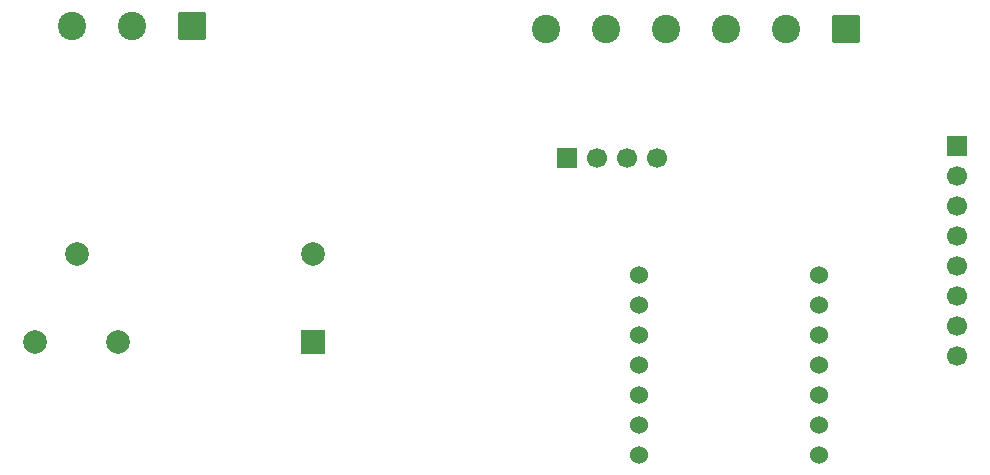
<source format=gbr>
%TF.GenerationSoftware,KiCad,Pcbnew,9.0.2*%
%TF.CreationDate,2025-08-18T15:59:43+02:00*%
%TF.ProjectId,esp32c6-charger,65737033-3263-4362-9d63-686172676572,rev?*%
%TF.SameCoordinates,Original*%
%TF.FileFunction,Soldermask,Bot*%
%TF.FilePolarity,Negative*%
%FSLAX46Y46*%
G04 Gerber Fmt 4.6, Leading zero omitted, Abs format (unit mm)*
G04 Created by KiCad (PCBNEW 9.0.2) date 2025-08-18 15:59:43*
%MOMM*%
%LPD*%
G01*
G04 APERTURE LIST*
G04 Aperture macros list*
%AMRoundRect*
0 Rectangle with rounded corners*
0 $1 Rounding radius*
0 $2 $3 $4 $5 $6 $7 $8 $9 X,Y pos of 4 corners*
0 Add a 4 corners polygon primitive as box body*
4,1,4,$2,$3,$4,$5,$6,$7,$8,$9,$2,$3,0*
0 Add four circle primitives for the rounded corners*
1,1,$1+$1,$2,$3*
1,1,$1+$1,$4,$5*
1,1,$1+$1,$6,$7*
1,1,$1+$1,$8,$9*
0 Add four rect primitives between the rounded corners*
20,1,$1+$1,$2,$3,$4,$5,0*
20,1,$1+$1,$4,$5,$6,$7,0*
20,1,$1+$1,$6,$7,$8,$9,0*
20,1,$1+$1,$8,$9,$2,$3,0*%
G04 Aperture macros list end*
%ADD10C,2.000000*%
%ADD11R,2.000000X2.000000*%
%ADD12C,2.400000*%
%ADD13RoundRect,0.250001X0.949999X0.949999X-0.949999X0.949999X-0.949999X-0.949999X0.949999X-0.949999X0*%
%ADD14C,1.524000*%
%ADD15R,1.700000X1.700000*%
%ADD16C,1.700000*%
G04 APERTURE END LIST*
D10*
%TO.C,K1*%
X86271500Y-115313500D03*
X89771500Y-122813500D03*
X82771500Y-122813500D03*
D11*
X106271500Y-122813500D03*
D10*
X106271500Y-115313500D03*
%TD*%
D12*
%TO.C,J2*%
X85852000Y-96012000D03*
X90932000Y-96012000D03*
D13*
X96012000Y-96012000D03*
%TD*%
D14*
%TO.C,U1*%
X133858000Y-117094000D03*
X133858000Y-119634000D03*
X133858000Y-122174000D03*
X133858000Y-124714000D03*
X133858000Y-127254000D03*
X133858000Y-129794000D03*
X133858000Y-132334000D03*
X149098000Y-132334000D03*
X149098000Y-129794000D03*
X149098000Y-127254000D03*
X149098000Y-124714000D03*
X149098000Y-122174000D03*
X149098000Y-119634000D03*
X149098000Y-117094000D03*
%TD*%
D15*
%TO.C,RFID1*%
X160782000Y-106172000D03*
D16*
X160782000Y-108712000D03*
X160782000Y-111252000D03*
X160782000Y-113792000D03*
X160782000Y-116332000D03*
X160782000Y-118872000D03*
X160782000Y-121412000D03*
X160782000Y-123952000D03*
%TD*%
D15*
%TO.C,Brd1*%
X127762000Y-107188000D03*
D16*
X130302000Y-107188000D03*
X132842000Y-107188000D03*
X135382000Y-107188000D03*
%TD*%
D13*
%TO.C,J1*%
X151384000Y-96266000D03*
D12*
X146304000Y-96266000D03*
X141224000Y-96266000D03*
X136144000Y-96266000D03*
X131064000Y-96266000D03*
X125984000Y-96266000D03*
%TD*%
M02*

</source>
